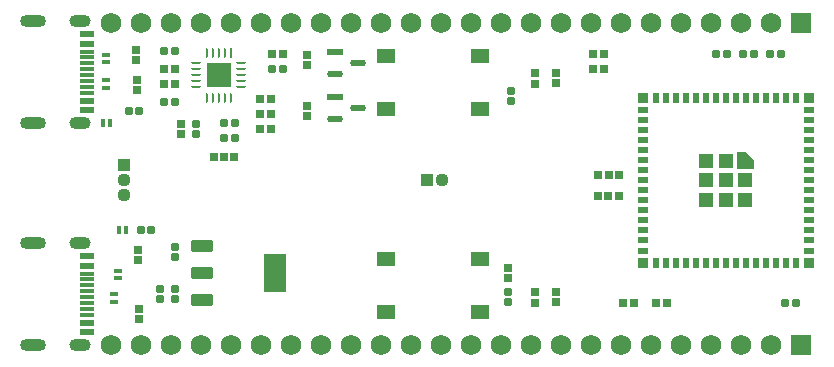
<source format=gts>
G04*
G04 #@! TF.GenerationSoftware,Altium Limited,Altium Designer,24.10.1 (45)*
G04*
G04 Layer_Color=8388736*
%FSLAX25Y25*%
%MOIN*%
G70*
G04*
G04 #@! TF.SameCoordinates,F1117688-C2E4-4B3A-BF9F-62EBCE255B8A*
G04*
G04*
G04 #@! TF.FilePolarity,Negative*
G04*
G01*
G75*
G04:AMPARAMS|DCode=20|XSize=9.55mil|YSize=33.06mil|CornerRadius=4.77mil|HoleSize=0mil|Usage=FLASHONLY|Rotation=270.000|XOffset=0mil|YOffset=0mil|HoleType=Round|Shape=RoundedRectangle|*
%AMROUNDEDRECTD20*
21,1,0.00955,0.02351,0,0,270.0*
21,1,0.00000,0.03306,0,0,270.0*
1,1,0.00955,-0.01176,0.00000*
1,1,0.00955,-0.01176,0.00000*
1,1,0.00955,0.01176,0.00000*
1,1,0.00955,0.01176,0.00000*
%
%ADD20ROUNDEDRECTD20*%
%ADD22R,0.00955X0.03306*%
G04:AMPARAMS|DCode=23|XSize=53.43mil|YSize=22.53mil|CornerRadius=11.26mil|HoleSize=0mil|Usage=FLASHONLY|Rotation=0.000|XOffset=0mil|YOffset=0mil|HoleType=Round|Shape=RoundedRectangle|*
%AMROUNDEDRECTD23*
21,1,0.05343,0.00000,0,0,0.0*
21,1,0.03091,0.02253,0,0,0.0*
1,1,0.02253,0.01545,0.00000*
1,1,0.02253,-0.01545,0.00000*
1,1,0.02253,-0.01545,0.00000*
1,1,0.02253,0.01545,0.00000*
%
%ADD23ROUNDEDRECTD23*%
G04:AMPARAMS|DCode=24|XSize=33.06mil|YSize=9.55mil|CornerRadius=4.77mil|HoleSize=0mil|Usage=FLASHONLY|Rotation=270.000|XOffset=0mil|YOffset=0mil|HoleType=Round|Shape=RoundedRectangle|*
%AMROUNDEDRECTD24*
21,1,0.03306,0.00000,0,0,270.0*
21,1,0.02351,0.00955,0,0,270.0*
1,1,0.00955,0.00000,-0.01176*
1,1,0.00955,0.00000,0.01176*
1,1,0.00955,0.00000,0.01176*
1,1,0.00955,0.00000,-0.01176*
%
%ADD24ROUNDEDRECTD24*%
%ADD25R,0.05343X0.02253*%
%ADD26R,0.04528X0.01181*%
%ADD32R,0.06102X0.05118*%
%ADD33R,0.04528X0.02362*%
%ADD37R,0.02526X0.02762*%
%ADD38R,0.02762X0.02526*%
%ADD39R,0.02762X0.01778*%
G04:AMPARAMS|DCode=40|XSize=27.62mil|YSize=25.26mil|CornerRadius=7.63mil|HoleSize=0mil|Usage=FLASHONLY|Rotation=90.000|XOffset=0mil|YOffset=0mil|HoleType=Round|Shape=RoundedRectangle|*
%AMROUNDEDRECTD40*
21,1,0.02762,0.00999,0,0,90.0*
21,1,0.01235,0.02526,0,0,90.0*
1,1,0.01527,0.00500,0.00618*
1,1,0.01527,0.00500,-0.00618*
1,1,0.01527,-0.00500,-0.00618*
1,1,0.01527,-0.00500,0.00618*
%
%ADD40ROUNDEDRECTD40*%
%ADD41R,0.01975X0.03550*%
%ADD42R,0.03156X0.02762*%
G04:AMPARAMS|DCode=43|XSize=27.62mil|YSize=25.26mil|CornerRadius=7.63mil|HoleSize=0mil|Usage=FLASHONLY|Rotation=0.000|XOffset=0mil|YOffset=0mil|HoleType=Round|Shape=RoundedRectangle|*
%AMROUNDEDRECTD43*
21,1,0.02762,0.00999,0,0,0.0*
21,1,0.01235,0.02526,0,0,0.0*
1,1,0.01527,0.00618,-0.00500*
1,1,0.01527,-0.00618,-0.00500*
1,1,0.01527,-0.00618,0.00500*
1,1,0.01527,0.00618,0.00500*
%
%ADD43ROUNDEDRECTD43*%
%ADD44R,0.03550X0.01975*%
%ADD45R,0.03550X0.03550*%
%ADD46R,0.05124X0.05124*%
%ADD47R,0.08071X0.08071*%
%ADD48R,0.01778X0.02762*%
G04:AMPARAMS|DCode=49|XSize=129.98mil|YSize=72.9mil|CornerRadius=4.07mil|HoleSize=0mil|Usage=FLASHONLY|Rotation=90.000|XOffset=0mil|YOffset=0mil|HoleType=Round|Shape=RoundedRectangle|*
%AMROUNDEDRECTD49*
21,1,0.12998,0.06476,0,0,90.0*
21,1,0.12185,0.07290,0,0,90.0*
1,1,0.00813,0.03238,0.06093*
1,1,0.00813,0.03238,-0.06093*
1,1,0.00813,-0.03238,-0.06093*
1,1,0.00813,-0.03238,0.06093*
%
%ADD49ROUNDEDRECTD49*%
G04:AMPARAMS|DCode=50|XSize=39.43mil|YSize=72.9mil|CornerRadius=3.95mil|HoleSize=0mil|Usage=FLASHONLY|Rotation=90.000|XOffset=0mil|YOffset=0mil|HoleType=Round|Shape=RoundedRectangle|*
%AMROUNDEDRECTD50*
21,1,0.03943,0.06500,0,0,90.0*
21,1,0.03154,0.07290,0,0,90.0*
1,1,0.00790,0.03250,0.01577*
1,1,0.00790,0.03250,-0.01577*
1,1,0.00790,-0.03250,-0.01577*
1,1,0.00790,-0.03250,0.01577*
%
%ADD50ROUNDEDRECTD50*%
%ADD51C,0.06800*%
%ADD52R,0.06800X0.06800*%
G04:AMPARAMS|DCode=53|XSize=39.37mil|YSize=70.87mil|CornerRadius=19.68mil|HoleSize=0mil|Usage=FLASHONLY|Rotation=270.000|XOffset=0mil|YOffset=0mil|HoleType=Round|Shape=RoundedRectangle|*
%AMROUNDEDRECTD53*
21,1,0.03937,0.03150,0,0,270.0*
21,1,0.00000,0.07087,0,0,270.0*
1,1,0.03937,-0.01575,0.00000*
1,1,0.03937,-0.01575,0.00000*
1,1,0.03937,0.01575,0.00000*
1,1,0.03937,0.01575,0.00000*
%
%ADD53ROUNDEDRECTD53*%
G04:AMPARAMS|DCode=54|XSize=39.37mil|YSize=86.61mil|CornerRadius=19.68mil|HoleSize=0mil|Usage=FLASHONLY|Rotation=270.000|XOffset=0mil|YOffset=0mil|HoleType=Round|Shape=RoundedRectangle|*
%AMROUNDEDRECTD54*
21,1,0.03937,0.04724,0,0,270.0*
21,1,0.00000,0.08661,0,0,270.0*
1,1,0.03937,-0.02362,0.00000*
1,1,0.03937,-0.02362,0.00000*
1,1,0.03937,0.02362,0.00000*
1,1,0.03937,0.02362,0.00000*
%
%ADD54ROUNDEDRECTD54*%
%ADD55C,0.04400*%
%ADD56R,0.04400X0.04400*%
%ADD57R,0.04400X0.04400*%
G36*
X241244Y63740D02*
Y69252D01*
X244197D01*
X246756Y66693D01*
Y63740D01*
X241244D01*
D02*
G37*
D20*
X76000Y91063D02*
D03*
Y93032D02*
D03*
Y96969D02*
D03*
X60917Y95000D02*
D03*
Y93032D02*
D03*
X76000Y95000D02*
D03*
Y98937D02*
D03*
X60917Y91063D02*
D03*
Y96969D02*
D03*
Y98937D02*
D03*
D22*
X72396Y102541D02*
D03*
D23*
X107258Y80260D02*
D03*
Y95260D02*
D03*
X114742Y84000D02*
D03*
Y99000D02*
D03*
D24*
X72396Y87459D02*
D03*
X64522D02*
D03*
X68459Y102541D02*
D03*
Y87459D02*
D03*
X66490D02*
D03*
X70427D02*
D03*
X64522Y102541D02*
D03*
X66490D02*
D03*
X70427D02*
D03*
D25*
X107258Y102740D02*
D03*
Y87740D02*
D03*
D26*
X24484Y15110D02*
D03*
Y26921D02*
D03*
Y89110D02*
D03*
Y100921D02*
D03*
Y22984D02*
D03*
Y19047D02*
D03*
Y24953D02*
D03*
Y21016D02*
D03*
Y96984D02*
D03*
Y93047D02*
D03*
Y98953D02*
D03*
Y95016D02*
D03*
Y102890D02*
D03*
Y91079D02*
D03*
Y17079D02*
D03*
Y28890D02*
D03*
D32*
X155650Y101358D02*
D03*
X124350D02*
D03*
X155650Y33858D02*
D03*
X124350D02*
D03*
X155650Y16142D02*
D03*
X124350D02*
D03*
Y83642D02*
D03*
X155650D02*
D03*
D33*
X24484Y108598D02*
D03*
Y83402D02*
D03*
Y34598D02*
D03*
Y9402D02*
D03*
Y31449D02*
D03*
Y12551D02*
D03*
Y105449D02*
D03*
Y86551D02*
D03*
D37*
X194998Y61800D02*
D03*
X198400D02*
D03*
X86299Y102000D02*
D03*
X89701D02*
D03*
X82299Y87000D02*
D03*
Y82000D02*
D03*
X206701Y19000D02*
D03*
X217701D02*
D03*
X214299D02*
D03*
X203299D02*
D03*
X82299Y77000D02*
D03*
X196701Y102000D02*
D03*
Y97000D02*
D03*
X85701Y82000D02*
D03*
Y77000D02*
D03*
X53701Y97000D02*
D03*
Y92000D02*
D03*
X198300Y54900D02*
D03*
D03*
X198400Y61800D02*
D03*
X193299Y102000D02*
D03*
X201702Y54900D02*
D03*
X201802Y61800D02*
D03*
X194898Y54900D02*
D03*
X50299Y97000D02*
D03*
Y92000D02*
D03*
X193299Y97000D02*
D03*
X70201Y67700D02*
D03*
D03*
X66799D02*
D03*
X85701Y87000D02*
D03*
X73602Y67700D02*
D03*
D38*
X42000Y13799D02*
D03*
Y17201D02*
D03*
X41400Y36801D02*
D03*
Y33399D02*
D03*
X98000Y98299D02*
D03*
Y101701D02*
D03*
Y81299D02*
D03*
X41100Y93501D02*
D03*
X40900Y103501D02*
D03*
X181000Y95701D02*
D03*
Y19299D02*
D03*
X56000Y78701D02*
D03*
X40900Y100099D02*
D03*
X41100Y90099D02*
D03*
X98000Y84701D02*
D03*
X165000Y27299D02*
D03*
X181000Y92299D02*
D03*
X165000Y30701D02*
D03*
X181000Y22701D02*
D03*
X56000Y75299D02*
D03*
D39*
X34900Y27341D02*
D03*
Y29900D02*
D03*
X31000Y101880D02*
D03*
Y99320D02*
D03*
Y93300D02*
D03*
X33400Y19441D02*
D03*
Y22000D02*
D03*
X31000Y90741D02*
D03*
D40*
X42000Y83000D02*
D03*
X38614D02*
D03*
X255693Y102000D02*
D03*
X246693D02*
D03*
X234307D02*
D03*
X257307Y19000D02*
D03*
X89693Y97000D02*
D03*
X50307Y103000D02*
D03*
Y86000D02*
D03*
X73693Y74000D02*
D03*
Y79000D02*
D03*
X45786Y43300D02*
D03*
X70307Y79000D02*
D03*
Y74000D02*
D03*
X53693Y103000D02*
D03*
X42400Y43300D02*
D03*
X252307Y102000D02*
D03*
X243307D02*
D03*
X237693D02*
D03*
X260693Y19000D02*
D03*
X86307Y97000D02*
D03*
X53693Y86000D02*
D03*
D41*
X240850Y32441D02*
D03*
X244197D02*
D03*
X257583D02*
D03*
X247543D02*
D03*
X237504D02*
D03*
X234157D02*
D03*
X230811D02*
D03*
X227465D02*
D03*
X224118D02*
D03*
X220772D02*
D03*
X217425D02*
D03*
X214079D02*
D03*
Y87559D02*
D03*
X217425D02*
D03*
X220772D02*
D03*
X224118D02*
D03*
X227465D02*
D03*
X230811D02*
D03*
X234157D02*
D03*
X237504D02*
D03*
X240850D02*
D03*
X244197D02*
D03*
X247543D02*
D03*
X250890D02*
D03*
X260929D02*
D03*
X257583D02*
D03*
X254236Y32441D02*
D03*
X250890D02*
D03*
X260929D02*
D03*
X254236Y87559D02*
D03*
D42*
X174000Y92130D02*
D03*
Y22870D02*
D03*
Y95870D02*
D03*
Y19130D02*
D03*
D43*
X61000Y78693D02*
D03*
X166000Y86307D02*
D03*
X165000Y19307D02*
D03*
X61000Y75307D02*
D03*
X54000Y34307D02*
D03*
Y23693D02*
D03*
X49000D02*
D03*
X165000Y22693D02*
D03*
X166000Y89693D02*
D03*
X54000Y37693D02*
D03*
Y20307D02*
D03*
X49000D02*
D03*
D44*
X209945Y36575D02*
D03*
Y46614D02*
D03*
Y39921D02*
D03*
Y43268D02*
D03*
Y49961D02*
D03*
Y53307D02*
D03*
Y63346D02*
D03*
Y66693D02*
D03*
Y70039D02*
D03*
Y73386D02*
D03*
Y76732D02*
D03*
Y80079D02*
D03*
Y83425D02*
D03*
X265063D02*
D03*
Y80079D02*
D03*
Y63346D02*
D03*
Y76732D02*
D03*
Y70039D02*
D03*
Y73386D02*
D03*
Y66693D02*
D03*
Y46614D02*
D03*
Y43268D02*
D03*
Y56654D02*
D03*
Y60000D02*
D03*
Y53307D02*
D03*
Y49961D02*
D03*
Y36575D02*
D03*
Y39921D02*
D03*
X209945Y56654D02*
D03*
Y60000D02*
D03*
D45*
X265063Y87559D02*
D03*
X209945D02*
D03*
X265063Y32441D02*
D03*
X209945D02*
D03*
D46*
X237504Y66496D02*
D03*
X231008D02*
D03*
X244000Y60000D02*
D03*
X237504D02*
D03*
X244000Y53504D02*
D03*
X237504D02*
D03*
X231008Y60000D02*
D03*
Y53504D02*
D03*
D47*
X68459Y95000D02*
D03*
D48*
X35120Y43300D02*
D03*
X29720Y79000D02*
D03*
X37680Y43300D02*
D03*
X32280Y79000D02*
D03*
D49*
X87303Y29000D02*
D03*
D50*
X62697D02*
D03*
Y38055D02*
D03*
Y19945D02*
D03*
D51*
X202500Y5000D02*
D03*
X212500D02*
D03*
X52500D02*
D03*
X42500D02*
D03*
X232500D02*
D03*
X222500D02*
D03*
X192500D02*
D03*
X182500D02*
D03*
X172500D02*
D03*
X162500D02*
D03*
X152500D02*
D03*
X142500D02*
D03*
X132500D02*
D03*
X122500D02*
D03*
X112500D02*
D03*
X102500D02*
D03*
X92500D02*
D03*
X82500D02*
D03*
X62500Y112500D02*
D03*
X72500D02*
D03*
X82500D02*
D03*
X92500D02*
D03*
X102500D02*
D03*
X112500D02*
D03*
X122500D02*
D03*
X132500D02*
D03*
X142500D02*
D03*
X152500D02*
D03*
X162500D02*
D03*
X172500D02*
D03*
X182500D02*
D03*
X192500D02*
D03*
X202500D02*
D03*
X212500D02*
D03*
X222500D02*
D03*
X232500D02*
D03*
X252500Y5000D02*
D03*
X42500Y112500D02*
D03*
X32500Y5000D02*
D03*
X242500Y112500D02*
D03*
X72500Y5000D02*
D03*
X62500D02*
D03*
X242500D02*
D03*
X52500Y112500D02*
D03*
X252500D02*
D03*
X32500D02*
D03*
D52*
X262500D02*
D03*
Y5000D02*
D03*
D53*
X22220Y113008D02*
D03*
Y39008D02*
D03*
Y78992D02*
D03*
Y4992D02*
D03*
D54*
X6472Y113008D02*
D03*
Y78992D02*
D03*
Y39008D02*
D03*
Y4992D02*
D03*
D55*
X37000Y60000D02*
D03*
Y55000D02*
D03*
X143000Y60000D02*
D03*
D56*
X37000Y65000D02*
D03*
D57*
X138000Y60000D02*
D03*
M02*

</source>
